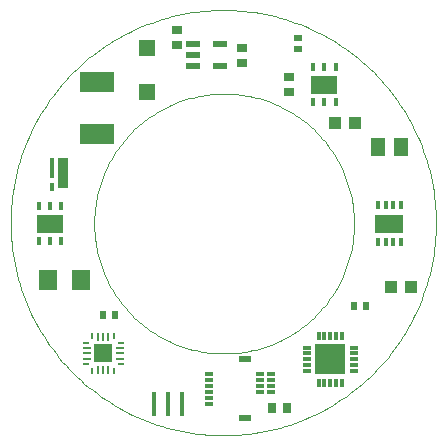
<source format=gbp>
G04 EAGLE Gerber RS-274X export*
G75*
%MOMM*%
%FSLAX35Y35*%
%LPD*%
%INsolder_paste_bottom*%
%IPPOS*%
%AMOC8*
5,1,8,0,0,1.08239X$1,22.5*%
G01*
%ADD10C,0.010000*%
%ADD11C,0.050000*%
%ADD12R,0.700000X0.900000*%
%ADD13R,1.400000X1.400000*%
%ADD14R,2.500000X2.500000*%
%ADD15R,0.300000X0.750000*%
%ADD16R,0.750000X0.300000*%
%ADD17R,2.400000X1.500000*%
%ADD18R,0.350000X0.650000*%
%ADD19R,1.300000X1.500000*%
%ADD20R,1.500000X1.500000*%
%ADD21R,0.250000X0.800000*%
%ADD22R,0.800000X0.250000*%
%ADD23R,0.550000X0.250000*%
%ADD24R,0.250000X0.550000*%
%ADD25R,0.400000X2.000000*%
%ADD26R,1.000000X1.100000*%
%ADD27R,0.700000X0.300000*%
%ADD28R,1.000000X0.600000*%
%ADD29R,3.000000X1.700000*%
%ADD30R,2.300000X1.500000*%
%ADD31R,0.460000X0.710000*%
%ADD32R,0.900000X0.700000*%
%ADD33R,0.700000X0.600000*%
%ADD34R,1.200000X0.600000*%
%ADD35R,0.650000X0.300000*%
%ADD36R,0.950000X2.500000*%
%ADD37R,0.300000X1.770000*%
%ADD38R,0.300000X0.650000*%
%ADD39R,1.600000X1.803000*%
%ADD40R,0.600000X0.700000*%


D10*
X1793375Y-42625D02*
X1793375Y57375D01*
X-1806625Y7375D02*
X-1806083Y51549D01*
X-1804457Y95697D01*
X-1801748Y139791D01*
X-1797958Y183806D01*
X-1793088Y227714D01*
X-1787143Y271490D01*
X-1780125Y315106D01*
X-1772039Y358538D01*
X-1762889Y401757D01*
X-1752681Y444739D01*
X-1741422Y487458D01*
X-1729118Y529887D01*
X-1715776Y572002D01*
X-1701404Y613777D01*
X-1686012Y655186D01*
X-1669608Y696205D01*
X-1652203Y736809D01*
X-1633806Y776974D01*
X-1614429Y816675D01*
X-1594083Y855889D01*
X-1572782Y894592D01*
X-1550536Y932760D01*
X-1527361Y970371D01*
X-1503270Y1007401D01*
X-1478278Y1043830D01*
X-1452399Y1079634D01*
X-1425649Y1114792D01*
X-1398044Y1149283D01*
X-1369601Y1183086D01*
X-1340337Y1216181D01*
X-1310270Y1248548D01*
X-1279417Y1280167D01*
X-1247798Y1311020D01*
X-1215431Y1341087D01*
X-1182336Y1370351D01*
X-1148533Y1398794D01*
X-1114042Y1426399D01*
X-1078884Y1453149D01*
X-1043080Y1479028D01*
X-1006651Y1504020D01*
X-969621Y1528111D01*
X-932010Y1551286D01*
X-893842Y1573532D01*
X-855139Y1594833D01*
X-815925Y1615179D01*
X-776224Y1634556D01*
X-736059Y1652953D01*
X-695455Y1670358D01*
X-654436Y1686762D01*
X-613027Y1702154D01*
X-571252Y1716526D01*
X-529137Y1729868D01*
X-486708Y1742172D01*
X-443989Y1753431D01*
X-401007Y1763639D01*
X-357788Y1772789D01*
X-314356Y1780875D01*
X-270740Y1787893D01*
X-226964Y1793838D01*
X-183056Y1798708D01*
X-139041Y1802498D01*
X-94947Y1805207D01*
X-50799Y1806833D01*
X-6625Y1807375D01*
X37549Y1806833D01*
X81697Y1805207D01*
X125791Y1802498D01*
X169806Y1798708D01*
X213714Y1793838D01*
X257490Y1787893D01*
X301106Y1780875D01*
X344538Y1772789D01*
X387757Y1763639D01*
X430739Y1753431D01*
X473458Y1742172D01*
X515887Y1729868D01*
X558002Y1716526D01*
X599777Y1702154D01*
X641186Y1686762D01*
X682205Y1670358D01*
X722809Y1652953D01*
X762974Y1634556D01*
X802675Y1615179D01*
X841889Y1594833D01*
X880592Y1573532D01*
X918760Y1551286D01*
X956371Y1528111D01*
X993401Y1504020D01*
X1029830Y1479028D01*
X1065634Y1453149D01*
X1100792Y1426399D01*
X1135283Y1398794D01*
X1169086Y1370351D01*
X1202181Y1341087D01*
X1234548Y1311020D01*
X1266167Y1280167D01*
X1297020Y1248548D01*
X1327087Y1216181D01*
X1356351Y1183086D01*
X1384794Y1149283D01*
X1412399Y1114792D01*
X1439149Y1079634D01*
X1465028Y1043830D01*
X1490020Y1007401D01*
X1514111Y970371D01*
X1537286Y932760D01*
X1559532Y894592D01*
X1580833Y855889D01*
X1601179Y816675D01*
X1620556Y776974D01*
X1638953Y736809D01*
X1656358Y696205D01*
X1672762Y655186D01*
X1688154Y613777D01*
X1702526Y572002D01*
X1715868Y529887D01*
X1728172Y487458D01*
X1739431Y444739D01*
X1749639Y401757D01*
X1758789Y358538D01*
X1766875Y315106D01*
X1773893Y271490D01*
X1779838Y227714D01*
X1784708Y183806D01*
X1788498Y139791D01*
X1791207Y95697D01*
X1792833Y51549D01*
X1793375Y7375D01*
X1792833Y-36799D01*
X1791207Y-80947D01*
X1788498Y-125041D01*
X1784708Y-169056D01*
X1779838Y-212964D01*
X1773893Y-256740D01*
X1766875Y-300356D01*
X1758789Y-343788D01*
X1749639Y-387007D01*
X1739431Y-429989D01*
X1728172Y-472708D01*
X1715868Y-515137D01*
X1702526Y-557252D01*
X1688154Y-599027D01*
X1672762Y-640436D01*
X1656358Y-681455D01*
X1638953Y-722059D01*
X1620556Y-762224D01*
X1601179Y-801925D01*
X1580833Y-841139D01*
X1559532Y-879842D01*
X1537286Y-918010D01*
X1514111Y-955621D01*
X1490020Y-992651D01*
X1465028Y-1029080D01*
X1439149Y-1064884D01*
X1412399Y-1100042D01*
X1384794Y-1134533D01*
X1356351Y-1168336D01*
X1327087Y-1201431D01*
X1297020Y-1233798D01*
X1266167Y-1265417D01*
X1234548Y-1296270D01*
X1202181Y-1326337D01*
X1169086Y-1355601D01*
X1135283Y-1384044D01*
X1100792Y-1411649D01*
X1065634Y-1438399D01*
X1029830Y-1464278D01*
X993401Y-1489270D01*
X956371Y-1513361D01*
X918760Y-1536536D01*
X880592Y-1558782D01*
X841889Y-1580083D01*
X802675Y-1600429D01*
X762974Y-1619806D01*
X722809Y-1638203D01*
X682205Y-1655608D01*
X641186Y-1672012D01*
X599777Y-1687404D01*
X558002Y-1701776D01*
X515887Y-1715118D01*
X473458Y-1727422D01*
X430739Y-1738681D01*
X387757Y-1748889D01*
X344538Y-1758039D01*
X301106Y-1766125D01*
X257490Y-1773143D01*
X213714Y-1779088D01*
X169806Y-1783958D01*
X125791Y-1787748D01*
X81697Y-1790457D01*
X37549Y-1792083D01*
X-6625Y-1792625D01*
X-50799Y-1792083D01*
X-94947Y-1790457D01*
X-139041Y-1787748D01*
X-183056Y-1783958D01*
X-226964Y-1779088D01*
X-270740Y-1773143D01*
X-314356Y-1766125D01*
X-357788Y-1758039D01*
X-401007Y-1748889D01*
X-443989Y-1738681D01*
X-486708Y-1727422D01*
X-529137Y-1715118D01*
X-571252Y-1701776D01*
X-613027Y-1687404D01*
X-654436Y-1672012D01*
X-695455Y-1655608D01*
X-736059Y-1638203D01*
X-776224Y-1619806D01*
X-815925Y-1600429D01*
X-855139Y-1580083D01*
X-893842Y-1558782D01*
X-932010Y-1536536D01*
X-969621Y-1513361D01*
X-1006651Y-1489270D01*
X-1043080Y-1464278D01*
X-1078884Y-1438399D01*
X-1114042Y-1411649D01*
X-1148533Y-1384044D01*
X-1182336Y-1355601D01*
X-1215431Y-1326337D01*
X-1247798Y-1296270D01*
X-1279417Y-1265417D01*
X-1310270Y-1233798D01*
X-1340337Y-1201431D01*
X-1369601Y-1168336D01*
X-1398044Y-1134533D01*
X-1425649Y-1100042D01*
X-1452399Y-1064884D01*
X-1478278Y-1029080D01*
X-1503270Y-992651D01*
X-1527361Y-955621D01*
X-1550536Y-918010D01*
X-1572782Y-879842D01*
X-1594083Y-841139D01*
X-1614429Y-801925D01*
X-1633806Y-762224D01*
X-1652203Y-722059D01*
X-1669608Y-681455D01*
X-1686012Y-640436D01*
X-1701404Y-599027D01*
X-1715776Y-557252D01*
X-1729118Y-515137D01*
X-1741422Y-472708D01*
X-1752681Y-429989D01*
X-1762889Y-387007D01*
X-1772039Y-343788D01*
X-1780125Y-300356D01*
X-1787143Y-256740D01*
X-1793088Y-212964D01*
X-1797958Y-169056D01*
X-1801748Y-125041D01*
X-1804457Y-80947D01*
X-1806083Y-36799D01*
X-1806625Y7375D01*
D11*
X-1100045Y0D02*
X-1099714Y26996D01*
X-1098720Y53977D01*
X-1097064Y80924D01*
X-1094748Y107823D01*
X-1091772Y134657D01*
X-1088139Y161410D01*
X-1083850Y188066D01*
X-1078908Y214608D01*
X-1073316Y241021D01*
X-1067078Y267289D01*
X-1060197Y293396D01*
X-1052677Y319326D01*
X-1044524Y345064D01*
X-1035741Y370594D01*
X-1026334Y395901D01*
X-1016309Y420969D01*
X-1005672Y445784D01*
X-994429Y470330D01*
X-982587Y494593D01*
X-970153Y518558D01*
X-957135Y542210D01*
X-943540Y565536D01*
X-929377Y588521D01*
X-914654Y611152D01*
X-899380Y633415D01*
X-883564Y655296D01*
X-867217Y676782D01*
X-850346Y697861D01*
X-832964Y718520D01*
X-815080Y738745D01*
X-796704Y758526D01*
X-777849Y777849D01*
X-758526Y796704D01*
X-738745Y815080D01*
X-718520Y832964D01*
X-697861Y850346D01*
X-676782Y867217D01*
X-655296Y883564D01*
X-633415Y899380D01*
X-611152Y914654D01*
X-588521Y929377D01*
X-565536Y943540D01*
X-542210Y957135D01*
X-518558Y970153D01*
X-494593Y982587D01*
X-470330Y994429D01*
X-445784Y1005672D01*
X-420969Y1016309D01*
X-395901Y1026334D01*
X-370594Y1035741D01*
X-345064Y1044524D01*
X-319326Y1052677D01*
X-293396Y1060197D01*
X-267289Y1067078D01*
X-241021Y1073316D01*
X-214608Y1078908D01*
X-188066Y1083850D01*
X-161410Y1088139D01*
X-134657Y1091772D01*
X-107823Y1094748D01*
X-80924Y1097064D01*
X-53977Y1098720D01*
X-26996Y1099714D01*
X0Y1100045D01*
X26996Y1099714D01*
X53977Y1098720D01*
X80924Y1097064D01*
X107823Y1094748D01*
X134657Y1091772D01*
X161410Y1088139D01*
X188066Y1083850D01*
X214608Y1078908D01*
X241021Y1073316D01*
X267289Y1067078D01*
X293396Y1060197D01*
X319326Y1052677D01*
X345064Y1044524D01*
X370594Y1035741D01*
X395901Y1026334D01*
X420969Y1016309D01*
X445784Y1005672D01*
X470330Y994429D01*
X494593Y982587D01*
X518558Y970153D01*
X542210Y957135D01*
X565536Y943540D01*
X588521Y929377D01*
X611152Y914654D01*
X633415Y899380D01*
X655296Y883564D01*
X676782Y867217D01*
X697861Y850346D01*
X718520Y832964D01*
X738745Y815080D01*
X758526Y796704D01*
X777849Y777849D01*
X796704Y758526D01*
X815080Y738745D01*
X832964Y718520D01*
X850346Y697861D01*
X867217Y676782D01*
X883564Y655296D01*
X899380Y633415D01*
X914654Y611152D01*
X929377Y588521D01*
X943540Y565536D01*
X957135Y542210D01*
X970153Y518558D01*
X982587Y494593D01*
X994429Y470330D01*
X1005672Y445784D01*
X1016309Y420969D01*
X1026334Y395901D01*
X1035741Y370594D01*
X1044524Y345064D01*
X1052677Y319326D01*
X1060197Y293396D01*
X1067078Y267289D01*
X1073316Y241021D01*
X1078908Y214608D01*
X1083850Y188066D01*
X1088139Y161410D01*
X1091772Y134657D01*
X1094748Y107823D01*
X1097064Y80924D01*
X1098720Y53977D01*
X1099714Y26996D01*
X1100045Y0D01*
X1099714Y-26996D01*
X1098720Y-53977D01*
X1097064Y-80924D01*
X1094748Y-107823D01*
X1091772Y-134657D01*
X1088139Y-161410D01*
X1083850Y-188066D01*
X1078908Y-214608D01*
X1073316Y-241021D01*
X1067078Y-267289D01*
X1060197Y-293396D01*
X1052677Y-319326D01*
X1044524Y-345064D01*
X1035741Y-370594D01*
X1026334Y-395901D01*
X1016309Y-420969D01*
X1005672Y-445784D01*
X994429Y-470330D01*
X982587Y-494593D01*
X970153Y-518558D01*
X957135Y-542210D01*
X943540Y-565536D01*
X929377Y-588521D01*
X914654Y-611152D01*
X899380Y-633415D01*
X883564Y-655296D01*
X867217Y-676782D01*
X850346Y-697861D01*
X832964Y-718520D01*
X815080Y-738745D01*
X796704Y-758526D01*
X777849Y-777849D01*
X758526Y-796704D01*
X738745Y-815080D01*
X718520Y-832964D01*
X697861Y-850346D01*
X676782Y-867217D01*
X655296Y-883564D01*
X633415Y-899380D01*
X611152Y-914654D01*
X588521Y-929377D01*
X565536Y-943540D01*
X542210Y-957135D01*
X518558Y-970153D01*
X494593Y-982587D01*
X470330Y-994429D01*
X445784Y-1005672D01*
X420969Y-1016309D01*
X395901Y-1026334D01*
X370594Y-1035741D01*
X345064Y-1044524D01*
X319326Y-1052677D01*
X293396Y-1060197D01*
X267289Y-1067078D01*
X241021Y-1073316D01*
X214608Y-1078908D01*
X188066Y-1083850D01*
X161410Y-1088139D01*
X134657Y-1091772D01*
X107823Y-1094748D01*
X80924Y-1097064D01*
X53977Y-1098720D01*
X26996Y-1099714D01*
X0Y-1100045D01*
X-26996Y-1099714D01*
X-53977Y-1098720D01*
X-80924Y-1097064D01*
X-107823Y-1094748D01*
X-134657Y-1091772D01*
X-161410Y-1088139D01*
X-188066Y-1083850D01*
X-214608Y-1078908D01*
X-241021Y-1073316D01*
X-267289Y-1067078D01*
X-293396Y-1060197D01*
X-319326Y-1052677D01*
X-345064Y-1044524D01*
X-370594Y-1035741D01*
X-395901Y-1026334D01*
X-420969Y-1016309D01*
X-445784Y-1005672D01*
X-470330Y-994429D01*
X-494593Y-982587D01*
X-518558Y-970153D01*
X-542210Y-957135D01*
X-565536Y-943540D01*
X-588521Y-929377D01*
X-611152Y-914654D01*
X-633415Y-899380D01*
X-655296Y-883564D01*
X-676782Y-867217D01*
X-697861Y-850346D01*
X-718520Y-832964D01*
X-738745Y-815080D01*
X-758526Y-796704D01*
X-777849Y-777849D01*
X-796704Y-758526D01*
X-815080Y-738745D01*
X-832964Y-718520D01*
X-850346Y-697861D01*
X-867217Y-676782D01*
X-883564Y-655296D01*
X-899380Y-633415D01*
X-914654Y-611152D01*
X-929377Y-588521D01*
X-943540Y-565536D01*
X-957135Y-542210D01*
X-970153Y-518558D01*
X-982587Y-494593D01*
X-994429Y-470330D01*
X-1005672Y-445784D01*
X-1016309Y-420969D01*
X-1026334Y-395901D01*
X-1035741Y-370594D01*
X-1044524Y-345064D01*
X-1052677Y-319326D01*
X-1060197Y-293396D01*
X-1067078Y-267289D01*
X-1073316Y-241021D01*
X-1078908Y-214608D01*
X-1083850Y-188066D01*
X-1088139Y-161410D01*
X-1091772Y-134657D01*
X-1094748Y-107823D01*
X-1097064Y-80924D01*
X-1098720Y-53977D01*
X-1099714Y-26996D01*
X-1100045Y0D01*
D12*
X405000Y-1565000D03*
X535000Y-1565000D03*
D13*
X-650000Y1490000D03*
X-650000Y1110000D03*
D14*
X900000Y-1150000D03*
D15*
X1000000Y-950000D03*
X950000Y-950000D03*
X900000Y-950000D03*
X850000Y-950000D03*
X800000Y-950000D03*
X800000Y-1350000D03*
X850000Y-1350000D03*
X900000Y-1350000D03*
X950000Y-1350000D03*
X1000000Y-1350000D03*
D16*
X700000Y-1250000D03*
X700000Y-1200000D03*
X700000Y-1150000D03*
X700000Y-1100000D03*
X700000Y-1050000D03*
X1100000Y-1050000D03*
X1100000Y-1100000D03*
X1100000Y-1150000D03*
X1100000Y-1200000D03*
X1100000Y-1250000D03*
D17*
X1400000Y0D03*
D18*
X1497500Y-155000D03*
X1432500Y-155000D03*
X1367500Y-155000D03*
X1302500Y-155000D03*
X1497500Y155000D03*
X1432500Y155000D03*
X1367500Y155000D03*
X1302500Y155000D03*
D19*
X1305000Y650000D03*
X1495000Y650000D03*
D20*
X-1025000Y-1100000D03*
D21*
X-980000Y-960000D03*
X-1025000Y-960000D03*
X-1070000Y-960000D03*
X-980000Y-1240000D03*
X-1025000Y-1240000D03*
X-1070000Y-1240000D03*
D22*
X-1160000Y-1145000D03*
X-1160000Y-1100000D03*
X-1160000Y-1055000D03*
X-885000Y-1145000D03*
X-885000Y-1100000D03*
X-885000Y-1055000D03*
D23*
X-873000Y-1190000D03*
D24*
X-935000Y-1252000D03*
X-935000Y-948000D03*
D23*
X-873000Y-1010000D03*
D24*
X-1115000Y-948000D03*
X-1115000Y-1252000D03*
D23*
X-1173000Y-1190000D03*
X-1173000Y-1010000D03*
D25*
X-595000Y-1525000D03*
X-475000Y-1525000D03*
X-355000Y-1525000D03*
D26*
X1411000Y-537000D03*
X1581000Y-537000D03*
D27*
X-127000Y-1425000D03*
X-127000Y-1375000D03*
X-127000Y-1325000D03*
X-127000Y-1475000D03*
X-127000Y-1525000D03*
X-127000Y-1275000D03*
D28*
X173000Y-1150000D03*
X173000Y-1650000D03*
D29*
X-1075000Y1195000D03*
X-1075000Y755000D03*
D30*
X850000Y1175000D03*
D31*
X756000Y1323000D03*
X850000Y1323000D03*
X944000Y1323000D03*
X850000Y1027000D03*
X945000Y1027000D03*
X755000Y1027000D03*
D26*
X940000Y850000D03*
X1110000Y850000D03*
D32*
X550000Y1110000D03*
X550000Y1240000D03*
D33*
X625000Y1475000D03*
X625000Y1575000D03*
D32*
X-400000Y1510000D03*
X-400000Y1640000D03*
X150000Y1490000D03*
X150000Y1360000D03*
D34*
X-265000Y1425000D03*
X-265000Y1330000D03*
X-265000Y1520000D03*
X-35000Y1520000D03*
X-35000Y1330000D03*
D35*
X400000Y-1275000D03*
X400000Y-1325000D03*
X400000Y-1375000D03*
X400000Y-1425000D03*
X300000Y-1425000D03*
X300000Y-1375000D03*
X300000Y-1325000D03*
X300000Y-1275000D03*
D36*
X-1367440Y424595D03*
D37*
X-1460000Y471280D03*
D38*
X-1459660Y312390D03*
D39*
X-1207800Y-475000D03*
X-1492200Y-475000D03*
D30*
X-1475000Y0D03*
D31*
X-1381000Y-148000D03*
X-1475000Y-148000D03*
X-1569000Y-148000D03*
X-1475000Y148000D03*
X-1570000Y148000D03*
X-1380000Y148000D03*
D40*
X-1025000Y-775000D03*
X-925000Y-775000D03*
X1200000Y-700000D03*
X1100000Y-700000D03*
M02*

</source>
